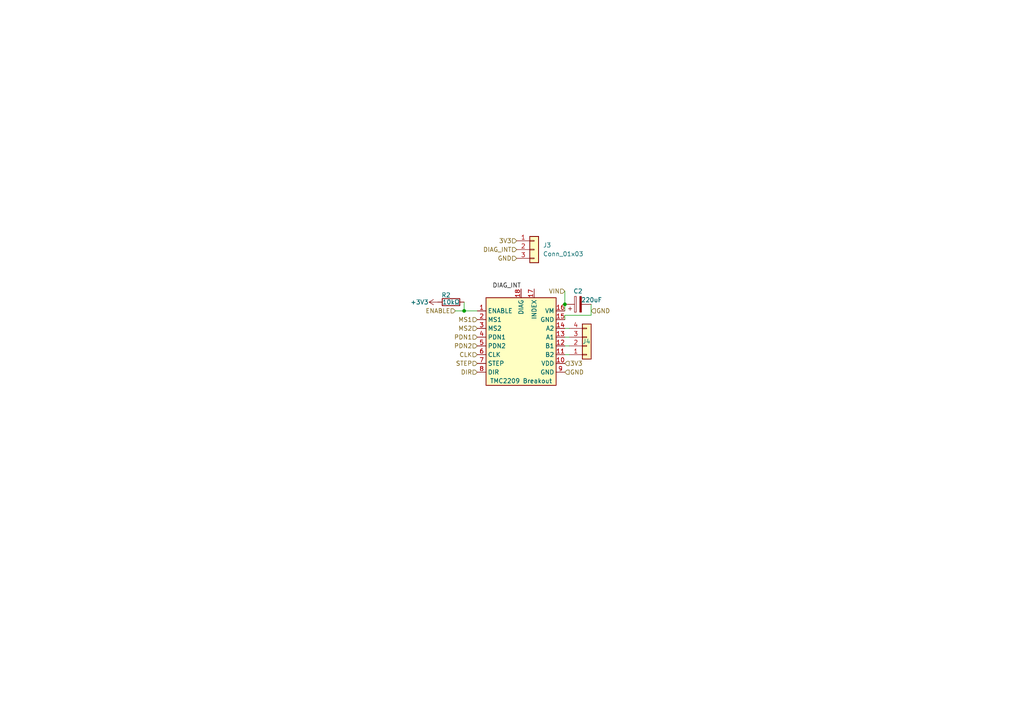
<source format=kicad_sch>
(kicad_sch (version 20250114) (generator "eeschema") (generator_version "9.0")
  (paper "A4")
  (lib_symbols
    (symbol "Connector_Generic:Conn_01x03" (pin_names (offset 1.016) (hide yes))
      (property "Reference" "J" (at 0 5.08 0))
      (property "Value" "Conn_01x03" (at 0 -5.08 0))
      (symbol "Conn_01x03_1_1"
        (rectangle (start -1.27 3.81) (end 1.27 -3.81) (stroke (width 0.254)) (fill (type background)))
        (rectangle (start -1.27 2.667) (end 0 2.413) (stroke (width 0.1524)))
        (rectangle (start -1.27 0.127) (end 0 -0.127) (stroke (width 0.1524)))
        (rectangle (start -1.27 -2.413) (end 0 -2.667) (stroke (width 0.1524)))
        (pin passive line (at -5.08 2.54 0) (length 3.81) (name "Pin_1") (number "1"))
        (pin passive line (at -5.08 0 0) (length 3.81) (name "Pin_2") (number "2"))
        (pin passive line (at -5.08 -2.54 0) (length 3.81) (name "Pin_3") (number "3"))
      )
    )
    (symbol "Connector_Generic:Conn_01x04" (pin_names (offset 1.016) (hide yes))
      (property "Reference" "J" (at 0 5.08 0))
      (property "Value" "Conn_01x04" (at 0 -7.62 0))
      (symbol "Conn_01x04_1_1"
        (rectangle (start -1.27 3.81) (end 1.27 -6.35) (stroke (width 0.254)) (fill (type background)))
        (rectangle (start -1.27 2.667) (end 0 2.413) (stroke (width 0.1524)))
        (rectangle (start -1.27 0.127) (end 0 -0.127) (stroke (width 0.1524)))
        (rectangle (start -1.27 -2.413) (end 0 -2.667) (stroke (width 0.1524)))
        (rectangle (start -1.27 -4.953) (end 0 -5.207) (stroke (width 0.1524)))
        (pin passive line (at -5.08 2.54 0) (length 3.81) (name "Pin_1") (number "1"))
        (pin passive line (at -5.08 0 0) (length 3.81) (name "Pin_2") (number "2"))
        (pin passive line (at -5.08 -2.54 0) (length 3.81) (name "Pin_3") (number "3"))
        (pin passive line (at -5.08 -5.08 0) (length 3.81) (name "Pin_4") (number "4"))
      )
    )
    (symbol "CustomSymbols:TMC2209 StepStick Breakout"
      (property "Reference" "M" (at 1.27 -3.81 0))
      (property "Value" "TMC2209 Breakout" (at 11.43 -7.62 0))
      (symbol "TMC2209 StepStick Breakout_0_1"
        (rectangle (start -7.62 16.51) (end 12.7 -8.89) (stroke (width 0.254)) (fill (type background)))
      )
      (symbol "TMC2209 StepStick Breakout_1_1"
        (pin input line (at -10.16 12.7 0) (length 2.54) (name "ENABLE") (number "1"))
        (pin input line (at -10.16 10.16 0) (length 2.54) (name "MS1") (number "2"))
        (pin input line (at -10.16 7.62 0) (length 2.54) (name "MS2") (number "3"))
        (pin output line (at -10.16 5.08 0) (length 2.54) (name "PDN1") (number "4"))
        (pin output line (at -10.16 2.54 0) (length 2.54) (name "PDN2") (number "5"))
        (pin input line (at -10.16 0 0) (length 2.54) (name "CLK") (number "6"))
        (pin input line (at -10.16 -2.54 0) (length 2.54) (name "STEP") (number "7"))
        (pin input line (at -10.16 -5.08 0) (length 2.54) (name "DIR") (number "8"))
        (pin output line (at 2.54 19.05 270) (length 2.54) (name "DIAG") (number "18"))
        (pin input line (at 6.35 19.05 270) (length 2.54) (name "INDEX") (number "17"))
        (pin input line (at 15.24 12.7 180) (length 2.54) (name "VM") (number "16"))
        (pin input line (at 15.24 10.16 180) (length 2.54) (name "GND") (number "15"))
        (pin output line (at 15.24 7.62 180) (length 2.54) (name "A2") (number "14"))
        (pin output line (at 15.24 5.08 180) (length 2.54) (name "A1") (number "13"))
        (pin output line (at 15.24 2.54 180) (length 2.54) (name "B1") (number "12"))
        (pin output line (at 15.24 0 180) (length 2.54) (name "B2") (number "11"))
        (pin input line (at 15.24 -2.54 180) (length 2.54) (name "VDD") (number "10"))
        (pin input line (at 15.24 -5.08 180) (length 2.54) (name "GND") (number "9"))
      )
    )
    (symbol "Device:C_Polarized" (pin_numbers (hide yes)) (pin_names (offset 0.254))
      (property "Reference" "C" (at 0.635 2.54 0))
      (property "Value" "C_Polarized" (at 0.635 -2.54 0))
      (symbol "C_Polarized_0_1"
        (rectangle (start -2.286 0.508) (end 2.286 1.016))
        (polyline (pts (xy -1.778 2.286) (xy -0.762 2.286)))
        (polyline (pts (xy -1.27 2.794) (xy -1.27 1.778)))
        (rectangle (start 2.286 -0.508) (end -2.286 -1.016) (fill (type outline)))
      )
      (symbol "C_Polarized_1_1"
        (pin passive line (at 0 3.81 270) (length 2.794) (name "~") (number "1"))
        (pin passive line (at 0 -3.81 90) (length 2.794) (name "~") (number "2"))
      )
    )
    (symbol "Device:R" (pin_numbers (hide yes)) (pin_names (offset 0))
      (property "Reference" "R" (at 2.032 0 90))
      (property "Value" "R" (at 0 0 90))
      (symbol "R_0_1"
        (rectangle (start -1.016 -2.54) (end 1.016 2.54) (stroke (width 0.254)))
      )
      (symbol "R_1_1"
        (pin passive line (at 0 3.81 270) (length 1.27) (name "~") (number "1"))
        (pin passive line (at 0 -3.81 90) (length 1.27) (name "~") (number "2"))
      )
    )
    (symbol "power:+3V3" (power) (pin_names (offset 0))
      (property "Value" "+3V3" (at 0 3.556 0))
      (symbol "+3V3_0_1"
        (polyline (pts (xy -0.762 1.27) (xy 0 2.54)))
        (polyline (pts (xy 0 2.54) (xy 0.762 1.27)))
        (polyline (pts (xy 0 0) (xy 0 2.54)))
      )
      (symbol "+3V3_1_1"
        (pin power_in line (at 0 0 90) (length 0) (hide yes) (name "+3V3") (number "1"))
      )
    )
  )
  (junction (at 163.83 88.265))
  (junction (at 134.62 90.17))
  (wire (pts (xy 163.83 100.33) (xy 165.1 100.33)))
  (wire (pts (xy 163.83 88.265) (xy 163.83 90.17)))
  (wire (pts (xy 163.83 95.25) (xy 165.1 95.25)))
  (wire (pts (xy 163.83 102.87) (xy 165.1 102.87)))
  (wire (pts (xy 134.62 87.63) (xy 134.62 90.17)))
  (wire (pts (xy 163.83 84.455) (xy 163.83 88.265)))
  (wire (pts (xy 171.45 91.44) (xy 163.83 91.44)))
  (wire (pts (xy 132.08 90.17) (xy 134.62 90.17)))
  (wire (pts (xy 171.45 88.265) (xy 171.45 91.44)))
  (wire (pts (xy 163.83 91.44) (xy 163.83 92.71)))
  (wire (pts (xy 163.83 97.79) (xy 165.1 97.79)))
  (wire (pts (xy 134.62 90.17) (xy 138.43 90.17)))
  (label "DIAG_INT" (at 151.13 83.82 180))
  (hierarchical_label "GND" (shape input) (at 171.45 90.17 0))
  (hierarchical_label "CLK" (shape input) (at 138.43 102.87 180))
  (hierarchical_label "VIN" (shape input) (at 163.83 84.455 180))
  (hierarchical_label "GND" (shape input) (at 163.83 107.95 0))
  (hierarchical_label "STEP" (shape input) (at 138.43 105.41 180))
  (hierarchical_label "DIR" (shape input) (at 138.43 107.95 180))
  (hierarchical_label "PDN2" (shape input) (at 138.43 100.33 180))
  (hierarchical_label "MS2" (shape input) (at 138.43 95.25 180))
  (hierarchical_label "3V3" (shape input) (at 149.86 69.85 180))
  (hierarchical_label "MS1" (shape input) (at 138.43 92.71 180))
  (hierarchical_label "GND" (shape input) (at 149.86 74.93 180))
  (hierarchical_label "3V3" (shape input) (at 163.83 105.41 0))
  (hierarchical_label "ENABLE" (shape input) (at 132.08 90.17 180))
  (hierarchical_label "DIAG_INT" (shape input) (at 149.86 72.39 180))
  (hierarchical_label "PDN1" (shape input) (at 138.43 97.79 180))
  (symbol (lib_id "Connector_Generic:Conn_01x03") (at 154.94 72.39 0) (unit 1)
    (property "Reference" "J3" (at 157.48 71.1199 0) (effects (justify left)))
    (property "Value" "Conn_01x03" (at 157.48 73.6599 0) (effects (justify left)))
    (property "Description" "Generic connector, single row, 01x03, script generated (kicad-library-utils/schlib/autogen/connector/)" (effects (hide yes)))
    (instances (project "" (path "" (reference "J3") (unit 1)) (path "" (reference "J1") (unit 1))))
  )
  (symbol (lib_id "Connector_Generic:Conn_01x04") (at 170.18 100.33 0) (mirror x) (unit 1)
    (property "Reference" "J4" (at 168.91 99.06 0) (effects (justify left)))
    (property "Value" "Conn_01x04" (effects (hide yes)))
    (property "Footprint" "Connector_JST:JST_XH_B4B-XH-AM_1x04_P2.50mm_Vertical" (effects (hide yes)))
    (instances (project "OpenA1K" (path "" (reference "J4") (unit 1)) (path "" (reference "J2") (unit 1))))
  )
  (symbol (lib_id "Device:R") (at 130.81 87.63 270) (unit 1)
    (property "Reference" "R2" (at 128.016 85.598 90) (effects (justify left)))
    (property "Value" "10kΩ" (at 128.27 87.63 90) (effects (justify left)))
    (property "Footprint" "Resistor_THT:R_Axial_DIN0207_L6.3mm_D2.5mm_P10.16mm_Horizontal" (effects (hide yes)))
    (instances (project "OpenA1K" (path "" (reference "R2") (unit 1)) (path "" (reference "R1") (unit 1))))
  )
  (symbol (lib_id "Device:C_Polarized") (at 167.64 88.265 90) (unit 1)
    (property "Reference" "C2" (at 167.64 84.455 90))
    (property "Value" "220uF" (at 174.625 86.995 90) (effects (justify left)))
    (property "Footprint" "OpenA1K:Cap ~ 12.5, 2.5mm-7.5mm pitch" (effects (hide yes)))
    (instances (project "OpenA1K" (path "" (reference "C2") (unit 1)) (path "" (reference "C1") (unit 1))))
  )
  (symbol (lib_id "CustomSymbols:TMC2209 StepStick Breakout") (at 148.59 102.87 0) (unit 1)
    (property "Reference" "M4" (effects (hide yes)))
    (property "Value" "TMC2209 Breakout" (at 151.13 110.49 0))
    (property "Footprint" "OpenA1K:TMC2209 Footprint" (effects (hide yes)))
    (instances (project "OpenA1K" (path "" (reference "M4") (unit 1)) (path "" (reference "M2") (unit 1))))
  )
  (symbol (lib_id "power:+3V3") (at 127 87.63 90) (unit 1)
    (property "Reference" "#PWR05" (effects (hide yes)))
    (property "Value" "+3V3" (at 121.666 87.63 90))
    (instances (project "OpenA1K" (path "" (reference "#PWR05") (unit 1)) (path "" (reference "#PWR01") (unit 1))))
  )
)
</source>
